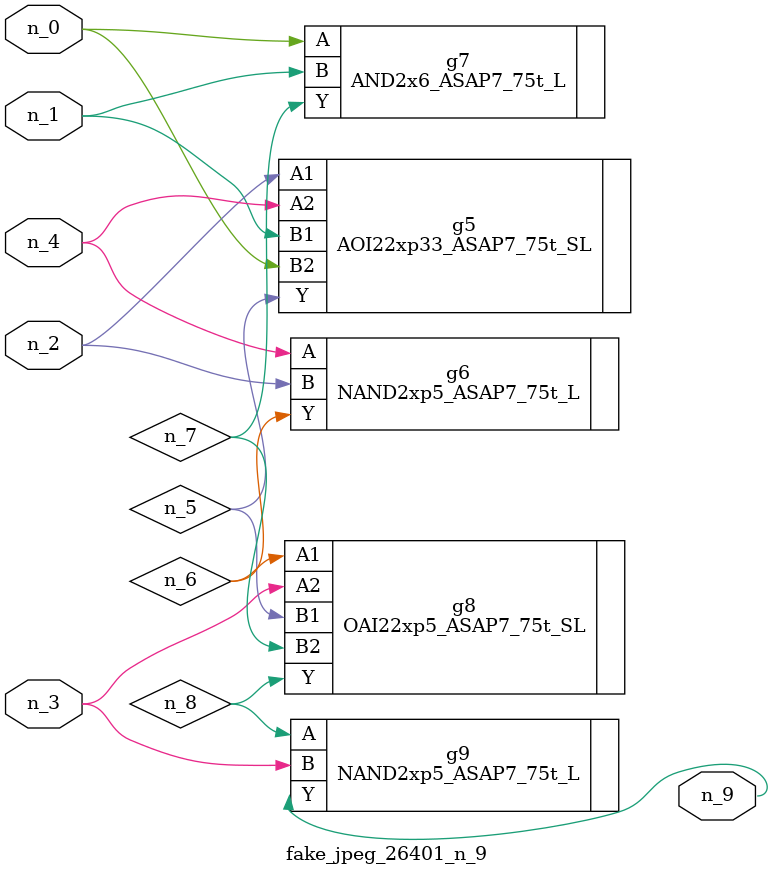
<source format=v>
module fake_jpeg_26401_n_9 (n_3, n_2, n_1, n_0, n_4, n_9);

input n_3;
input n_2;
input n_1;
input n_0;
input n_4;

output n_9;

wire n_8;
wire n_6;
wire n_5;
wire n_7;

AOI22xp33_ASAP7_75t_SL g5 ( 
.A1(n_2),
.A2(n_4),
.B1(n_1),
.B2(n_0),
.Y(n_5)
);

NAND2xp5_ASAP7_75t_L g6 ( 
.A(n_4),
.B(n_2),
.Y(n_6)
);

AND2x6_ASAP7_75t_L g7 ( 
.A(n_0),
.B(n_1),
.Y(n_7)
);

OAI22xp5_ASAP7_75t_SL g8 ( 
.A1(n_6),
.A2(n_3),
.B1(n_5),
.B2(n_7),
.Y(n_8)
);

NAND2xp5_ASAP7_75t_L g9 ( 
.A(n_8),
.B(n_3),
.Y(n_9)
);


endmodule
</source>
